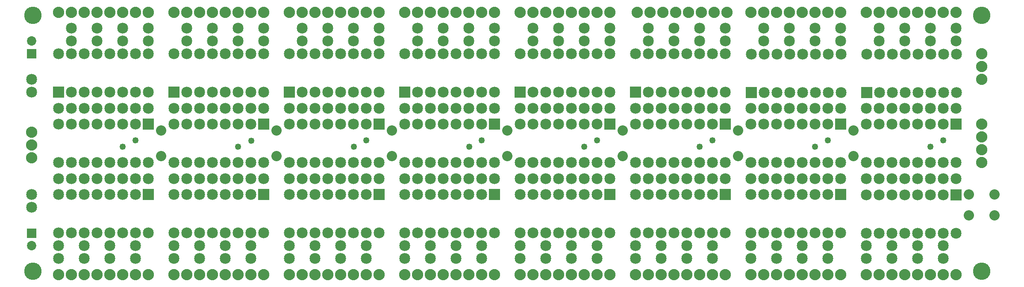
<source format=gts>
G04 MADE WITH FRITZING*
G04 WWW.FRITZING.ORG*
G04 DOUBLE SIDED*
G04 HOLES PLATED*
G04 CONTOUR ON CENTER OF CONTOUR VECTOR*
%ASAXBY*%
%FSLAX23Y23*%
%MOIN*%
%OFA0B0*%
%SFA1.0B1.0*%
%ADD10C,0.080000*%
%ADD11C,0.088000*%
%ADD12C,0.135984*%
%ADD13C,0.072992*%
%ADD14C,0.085000*%
%ADD15C,0.049370*%
%ADD16R,0.072992X0.072992*%
%ADD17R,0.085000X0.085000*%
%LNMASK1*%
G90*
G70*
G54D10*
X7660Y754D03*
X7460Y754D03*
X1160Y1254D03*
X1160Y1054D03*
X2060Y1254D03*
X2060Y1054D03*
X2960Y1254D03*
X2960Y1054D03*
X3860Y1254D03*
X3860Y1054D03*
X4760Y1254D03*
X4760Y1054D03*
X5660Y1254D03*
X5660Y1054D03*
X6560Y1254D03*
X6560Y1054D03*
G54D11*
X7560Y1004D03*
X7560Y1104D03*
X7560Y1204D03*
X7560Y1304D03*
G54D12*
X160Y2154D03*
X160Y154D03*
G54D11*
X7560Y1854D03*
X7560Y1754D03*
X7560Y1654D03*
G54D13*
X148Y452D03*
X148Y354D03*
X148Y1855D03*
X148Y1954D03*
G54D14*
X148Y754D03*
X148Y654D03*
X148Y1554D03*
X148Y1654D03*
G54D11*
X148Y1241D03*
X148Y1141D03*
X148Y1041D03*
G54D15*
X5460Y1179D03*
X5360Y1129D03*
X6260Y1129D03*
X6360Y1179D03*
X7260Y1179D03*
X7160Y1129D03*
X4560Y1179D03*
X4460Y1129D03*
X960Y1179D03*
X860Y1129D03*
X3660Y1179D03*
X3561Y1129D03*
X1861Y1175D03*
X1760Y1129D03*
X2661Y1129D03*
X2760Y1179D03*
G54D11*
X1060Y2179D03*
X960Y2179D03*
X860Y2179D03*
X760Y2179D03*
X660Y2179D03*
X560Y2179D03*
X460Y2179D03*
X360Y2179D03*
X1960Y2179D03*
X1860Y2179D03*
X1760Y2179D03*
X1660Y2179D03*
X1560Y2179D03*
X1460Y2179D03*
X1360Y2179D03*
X1260Y2179D03*
X2860Y2179D03*
X2760Y2179D03*
X2660Y2179D03*
X2560Y2179D03*
X2460Y2179D03*
X2360Y2179D03*
X2260Y2179D03*
X2160Y2179D03*
X3760Y2179D03*
X3660Y2179D03*
X3560Y2179D03*
X3460Y2179D03*
X3360Y2179D03*
X3260Y2179D03*
X3160Y2179D03*
X3060Y2179D03*
X4660Y2179D03*
X4560Y2179D03*
X4460Y2179D03*
X4360Y2179D03*
X4260Y2179D03*
X4160Y2179D03*
X4060Y2179D03*
X3960Y2179D03*
X5573Y2179D03*
X5473Y2179D03*
X5373Y2179D03*
X5273Y2179D03*
X5173Y2179D03*
X5073Y2179D03*
X4973Y2179D03*
X4873Y2179D03*
X6460Y2179D03*
X6360Y2179D03*
X6260Y2179D03*
X6160Y2179D03*
X6060Y2179D03*
X5960Y2179D03*
X5860Y2179D03*
X5760Y2179D03*
X7360Y2179D03*
X7260Y2179D03*
X7160Y2179D03*
X7060Y2179D03*
X6960Y2179D03*
X6860Y2179D03*
X6760Y2179D03*
X6660Y2179D03*
G54D12*
X7560Y154D03*
X7560Y2154D03*
G54D14*
X1060Y1304D03*
X1060Y1004D03*
X960Y1304D03*
X960Y1004D03*
X860Y1304D03*
X860Y1004D03*
X760Y1304D03*
X760Y1004D03*
X660Y1304D03*
X660Y1004D03*
X560Y1304D03*
X560Y1004D03*
X460Y1304D03*
X460Y1004D03*
X360Y1304D03*
X360Y1004D03*
X1960Y1304D03*
X1960Y1004D03*
X1860Y1304D03*
X1860Y1004D03*
X1760Y1304D03*
X1760Y1004D03*
X1660Y1304D03*
X1660Y1004D03*
X1560Y1304D03*
X1560Y1004D03*
X1460Y1304D03*
X1460Y1004D03*
X1360Y1304D03*
X1360Y1004D03*
X1260Y1304D03*
X1260Y1004D03*
X2860Y1304D03*
X2860Y1004D03*
X2760Y1304D03*
X2760Y1004D03*
X2660Y1304D03*
X2660Y1004D03*
X2560Y1304D03*
X2560Y1004D03*
X2460Y1304D03*
X2460Y1004D03*
X2360Y1304D03*
X2360Y1004D03*
X2260Y1304D03*
X2260Y1004D03*
X2160Y1304D03*
X2160Y1004D03*
X3760Y1304D03*
X3760Y1004D03*
X3660Y1304D03*
X3660Y1004D03*
X3560Y1304D03*
X3560Y1004D03*
X3460Y1304D03*
X3460Y1004D03*
X3360Y1304D03*
X3360Y1004D03*
X3260Y1304D03*
X3260Y1004D03*
X3160Y1304D03*
X3160Y1004D03*
X3060Y1304D03*
X3060Y1004D03*
X4660Y1304D03*
X4660Y1004D03*
X4560Y1304D03*
X4560Y1004D03*
X4460Y1304D03*
X4460Y1004D03*
X4360Y1304D03*
X4360Y1004D03*
X4260Y1304D03*
X4260Y1004D03*
X4160Y1304D03*
X4160Y1004D03*
X4060Y1304D03*
X4060Y1004D03*
X3960Y1304D03*
X3960Y1004D03*
X5560Y1304D03*
X5560Y1004D03*
X5460Y1304D03*
X5460Y1004D03*
X5360Y1304D03*
X5360Y1004D03*
X5260Y1304D03*
X5260Y1004D03*
X5160Y1304D03*
X5160Y1004D03*
X5060Y1304D03*
X5060Y1004D03*
X4960Y1304D03*
X4960Y1004D03*
X4860Y1304D03*
X4860Y1004D03*
X6460Y1304D03*
X6460Y1004D03*
X6360Y1304D03*
X6360Y1004D03*
X6260Y1304D03*
X6260Y1004D03*
X6160Y1304D03*
X6160Y1004D03*
X6060Y1304D03*
X6060Y1004D03*
X5960Y1304D03*
X5960Y1004D03*
X5860Y1304D03*
X5860Y1004D03*
X5760Y1304D03*
X5760Y1004D03*
X7360Y1304D03*
X7360Y1004D03*
X7260Y1304D03*
X7260Y1004D03*
X7160Y1304D03*
X7160Y1004D03*
X7060Y1304D03*
X7060Y1004D03*
X6960Y1304D03*
X6960Y1004D03*
X6860Y1304D03*
X6860Y1004D03*
X6760Y1304D03*
X6760Y1004D03*
X6660Y1304D03*
X6660Y1004D03*
X1060Y754D03*
X1060Y454D03*
X960Y754D03*
X960Y454D03*
X860Y754D03*
X860Y454D03*
X760Y754D03*
X760Y454D03*
X660Y754D03*
X660Y454D03*
X560Y754D03*
X560Y454D03*
X460Y754D03*
X460Y454D03*
X360Y754D03*
X360Y454D03*
X1960Y754D03*
X1960Y454D03*
X1860Y754D03*
X1860Y454D03*
X1760Y754D03*
X1760Y454D03*
X1660Y754D03*
X1660Y454D03*
X1560Y754D03*
X1560Y454D03*
X1460Y754D03*
X1460Y454D03*
X1360Y754D03*
X1360Y454D03*
X1260Y754D03*
X1260Y454D03*
X2860Y754D03*
X2860Y454D03*
X2760Y754D03*
X2760Y454D03*
X2660Y754D03*
X2660Y454D03*
X2560Y754D03*
X2560Y454D03*
X2460Y754D03*
X2460Y454D03*
X2360Y754D03*
X2360Y454D03*
X2260Y754D03*
X2260Y454D03*
X2160Y754D03*
X2160Y454D03*
X3760Y754D03*
X3760Y454D03*
X3660Y754D03*
X3660Y454D03*
X3560Y754D03*
X3560Y454D03*
X3460Y754D03*
X3460Y454D03*
X3360Y754D03*
X3360Y454D03*
X3260Y754D03*
X3260Y454D03*
X3160Y754D03*
X3160Y454D03*
X3060Y754D03*
X3060Y454D03*
X4660Y754D03*
X4660Y454D03*
X4560Y754D03*
X4560Y454D03*
X4460Y754D03*
X4460Y454D03*
X4360Y754D03*
X4360Y454D03*
X4260Y754D03*
X4260Y454D03*
X4160Y754D03*
X4160Y454D03*
X4060Y754D03*
X4060Y454D03*
X3960Y754D03*
X3960Y454D03*
X5560Y754D03*
X5560Y454D03*
X5460Y754D03*
X5460Y454D03*
X5360Y754D03*
X5360Y454D03*
X5260Y754D03*
X5260Y454D03*
X5160Y754D03*
X5160Y454D03*
X5060Y754D03*
X5060Y454D03*
X4960Y754D03*
X4960Y454D03*
X4860Y754D03*
X4860Y454D03*
X6460Y754D03*
X6460Y454D03*
X6360Y754D03*
X6360Y454D03*
X6260Y754D03*
X6260Y454D03*
X6160Y754D03*
X6160Y454D03*
X6060Y754D03*
X6060Y454D03*
X5960Y754D03*
X5960Y454D03*
X5860Y754D03*
X5860Y454D03*
X5760Y754D03*
X5760Y454D03*
X7360Y753D03*
X7360Y453D03*
X7260Y753D03*
X7260Y453D03*
X7160Y753D03*
X7160Y453D03*
X7060Y753D03*
X7060Y453D03*
X6960Y753D03*
X6960Y453D03*
X6860Y753D03*
X6860Y453D03*
X6760Y753D03*
X6760Y453D03*
X6660Y753D03*
X6660Y453D03*
X360Y1554D03*
X360Y1854D03*
X460Y1554D03*
X460Y1854D03*
X560Y1554D03*
X560Y1854D03*
X660Y1554D03*
X660Y1854D03*
X760Y1554D03*
X760Y1854D03*
X860Y1554D03*
X860Y1854D03*
X960Y1554D03*
X960Y1854D03*
X1060Y1554D03*
X1060Y1854D03*
X1260Y1554D03*
X1260Y1854D03*
X1360Y1554D03*
X1360Y1854D03*
X1460Y1554D03*
X1460Y1854D03*
X1560Y1554D03*
X1560Y1854D03*
X1660Y1554D03*
X1660Y1854D03*
X1760Y1554D03*
X1760Y1854D03*
X1860Y1554D03*
X1860Y1854D03*
X1960Y1554D03*
X1960Y1854D03*
X2160Y1554D03*
X2160Y1854D03*
X2260Y1554D03*
X2260Y1854D03*
X2360Y1554D03*
X2360Y1854D03*
X2460Y1554D03*
X2460Y1854D03*
X2560Y1554D03*
X2560Y1854D03*
X2660Y1554D03*
X2660Y1854D03*
X2760Y1554D03*
X2760Y1854D03*
X2860Y1554D03*
X2860Y1854D03*
X3060Y1554D03*
X3060Y1854D03*
X3160Y1554D03*
X3160Y1854D03*
X3260Y1554D03*
X3260Y1854D03*
X3360Y1554D03*
X3360Y1854D03*
X3460Y1554D03*
X3460Y1854D03*
X3560Y1554D03*
X3560Y1854D03*
X3660Y1554D03*
X3660Y1854D03*
X3760Y1554D03*
X3760Y1854D03*
X3960Y1554D03*
X3960Y1854D03*
X4060Y1554D03*
X4060Y1854D03*
X4160Y1554D03*
X4160Y1854D03*
X4260Y1554D03*
X4260Y1854D03*
X4360Y1554D03*
X4360Y1854D03*
X4460Y1554D03*
X4460Y1854D03*
X4560Y1554D03*
X4560Y1854D03*
X4660Y1554D03*
X4660Y1854D03*
X5761Y1553D03*
X5761Y1853D03*
X5861Y1553D03*
X5861Y1853D03*
X5961Y1553D03*
X5961Y1853D03*
X6061Y1553D03*
X6061Y1853D03*
X6161Y1553D03*
X6161Y1853D03*
X6261Y1553D03*
X6261Y1853D03*
X6361Y1553D03*
X6361Y1853D03*
X6461Y1553D03*
X6461Y1853D03*
X4860Y1554D03*
X4860Y1854D03*
X4960Y1554D03*
X4960Y1854D03*
X5060Y1554D03*
X5060Y1854D03*
X5160Y1554D03*
X5160Y1854D03*
X5260Y1554D03*
X5260Y1854D03*
X5360Y1554D03*
X5360Y1854D03*
X5460Y1554D03*
X5460Y1854D03*
X5560Y1554D03*
X5560Y1854D03*
X6661Y1553D03*
X6661Y1853D03*
X6761Y1553D03*
X6761Y1853D03*
X6861Y1553D03*
X6861Y1853D03*
X6961Y1553D03*
X6961Y1853D03*
X7061Y1553D03*
X7061Y1853D03*
X7161Y1553D03*
X7161Y1853D03*
X7261Y1553D03*
X7261Y1853D03*
X7361Y1553D03*
X7361Y1853D03*
X7360Y1954D03*
X7360Y2054D03*
X6960Y2054D03*
X6960Y1954D03*
X5560Y2054D03*
X5560Y1954D03*
X6460Y2054D03*
X6460Y1954D03*
X5360Y2054D03*
X5360Y1954D03*
X6260Y2054D03*
X6260Y1954D03*
X5160Y2054D03*
X5160Y1954D03*
X6060Y2054D03*
X6060Y1954D03*
X4960Y2054D03*
X4960Y1954D03*
X5860Y2054D03*
X5860Y1954D03*
X7260Y879D03*
X7360Y879D03*
X7060Y879D03*
X7160Y879D03*
X6860Y879D03*
X6960Y879D03*
X360Y879D03*
X460Y879D03*
X1260Y879D03*
X1360Y879D03*
X2160Y879D03*
X2260Y879D03*
X3060Y879D03*
X3160Y879D03*
X3960Y879D03*
X4060Y879D03*
X4860Y879D03*
X4960Y879D03*
X5760Y879D03*
X5860Y879D03*
X560Y879D03*
X660Y879D03*
X1460Y879D03*
X1560Y879D03*
X2360Y879D03*
X2460Y879D03*
X3260Y879D03*
X3360Y879D03*
X4160Y879D03*
X4260Y879D03*
X5060Y879D03*
X5160Y879D03*
X5960Y879D03*
X6060Y879D03*
X760Y879D03*
X860Y879D03*
X1660Y879D03*
X1760Y879D03*
X2560Y879D03*
X2660Y879D03*
X3460Y879D03*
X3560Y879D03*
X4360Y879D03*
X4460Y879D03*
X5260Y879D03*
X5360Y879D03*
X6160Y879D03*
X6260Y879D03*
X960Y879D03*
X1060Y879D03*
X1860Y879D03*
X1960Y879D03*
X2760Y879D03*
X2860Y879D03*
X3660Y879D03*
X3760Y879D03*
X4560Y879D03*
X4660Y879D03*
X5460Y879D03*
X5560Y879D03*
X6360Y879D03*
X6460Y879D03*
X6660Y879D03*
X6760Y879D03*
X7260Y1429D03*
X7360Y1429D03*
X6860Y1429D03*
X6960Y1429D03*
X7160Y1429D03*
X7060Y1429D03*
X960Y1429D03*
X1060Y1429D03*
X1860Y1429D03*
X1960Y1429D03*
X2760Y1429D03*
X2860Y1429D03*
X3660Y1429D03*
X3760Y1429D03*
X4560Y1429D03*
X4660Y1429D03*
X5460Y1429D03*
X5560Y1429D03*
X6360Y1429D03*
X6460Y1429D03*
X860Y1429D03*
X760Y1429D03*
X1760Y1429D03*
X1660Y1429D03*
X2660Y1429D03*
X2560Y1429D03*
X3560Y1429D03*
X3460Y1429D03*
X4460Y1429D03*
X4360Y1429D03*
X5360Y1429D03*
X5260Y1429D03*
X6260Y1429D03*
X6160Y1429D03*
X560Y1429D03*
X660Y1429D03*
X1460Y1429D03*
X1560Y1429D03*
X2360Y1429D03*
X2460Y1429D03*
X3260Y1429D03*
X3360Y1429D03*
X4160Y1429D03*
X4260Y1429D03*
X5060Y1429D03*
X5160Y1429D03*
X5960Y1429D03*
X6060Y1429D03*
X460Y1429D03*
X360Y1429D03*
X1360Y1429D03*
X1260Y1429D03*
X2260Y1429D03*
X2160Y1429D03*
X3160Y1429D03*
X3060Y1429D03*
X4060Y1429D03*
X3960Y1429D03*
X4960Y1429D03*
X4860Y1429D03*
X5860Y1429D03*
X5760Y1429D03*
X6760Y1429D03*
X6660Y1429D03*
X7260Y354D03*
X7260Y254D03*
X7060Y354D03*
X7060Y254D03*
X6860Y354D03*
X6860Y254D03*
X960Y354D03*
X960Y254D03*
X1860Y354D03*
X1860Y254D03*
X2760Y354D03*
X2760Y254D03*
X3660Y354D03*
X3660Y254D03*
X4560Y354D03*
X4560Y254D03*
X5460Y354D03*
X5460Y254D03*
X6360Y354D03*
X6360Y254D03*
X760Y354D03*
X760Y254D03*
X1660Y354D03*
X1660Y254D03*
X2560Y354D03*
X2560Y254D03*
X3460Y354D03*
X3460Y254D03*
X4360Y354D03*
X4360Y254D03*
X5260Y354D03*
X5260Y254D03*
X6160Y354D03*
X6160Y254D03*
X560Y354D03*
X560Y254D03*
X1460Y354D03*
X1460Y254D03*
X2360Y354D03*
X2360Y254D03*
X3260Y354D03*
X3260Y254D03*
X4160Y354D03*
X4160Y254D03*
X5060Y354D03*
X5060Y254D03*
X5960Y354D03*
X5960Y254D03*
X360Y354D03*
X360Y254D03*
X1260Y354D03*
X1260Y254D03*
X2160Y354D03*
X2160Y254D03*
X3060Y354D03*
X3060Y254D03*
X3960Y354D03*
X3960Y254D03*
X4860Y354D03*
X4860Y254D03*
X5760Y354D03*
X5760Y254D03*
X6660Y354D03*
X6660Y254D03*
X4660Y2054D03*
X4660Y1954D03*
X4460Y2054D03*
X4460Y1954D03*
X1060Y2054D03*
X1060Y1954D03*
X660Y2054D03*
X660Y1954D03*
X860Y2054D03*
X860Y1954D03*
X460Y2054D03*
X460Y1954D03*
X1960Y2054D03*
X1960Y1954D03*
X1560Y2054D03*
X1560Y1954D03*
X1760Y2054D03*
X1760Y1954D03*
X1360Y2054D03*
X1360Y1954D03*
X2860Y2054D03*
X2860Y1954D03*
X2460Y2054D03*
X2460Y1954D03*
X2660Y2054D03*
X2660Y1954D03*
X2260Y2054D03*
X2260Y1954D03*
X3160Y2054D03*
X3160Y1954D03*
X3360Y2054D03*
X3360Y1954D03*
X3560Y2054D03*
X3560Y1954D03*
X3760Y2054D03*
X3760Y1954D03*
X4060Y2054D03*
X4060Y1954D03*
X4260Y2054D03*
X4260Y1954D03*
G54D11*
X360Y129D03*
X460Y129D03*
X560Y129D03*
X660Y129D03*
X760Y129D03*
X860Y129D03*
X960Y129D03*
X1060Y129D03*
X1260Y129D03*
X1360Y129D03*
X1460Y129D03*
X1560Y129D03*
X1660Y129D03*
X1760Y129D03*
X1860Y129D03*
X1960Y129D03*
X2160Y129D03*
X2260Y129D03*
X2360Y129D03*
X2460Y129D03*
X2560Y129D03*
X2660Y129D03*
X2760Y129D03*
X2860Y129D03*
X3060Y129D03*
X3160Y129D03*
X3260Y129D03*
X3360Y129D03*
X3460Y129D03*
X3560Y129D03*
X3660Y129D03*
X3760Y129D03*
X3960Y129D03*
X4060Y129D03*
X4160Y129D03*
X4260Y129D03*
X4360Y129D03*
X4460Y129D03*
X4560Y129D03*
X4660Y129D03*
X6660Y129D03*
X6760Y129D03*
X6860Y129D03*
X6960Y129D03*
X7060Y129D03*
X7160Y129D03*
X7260Y129D03*
X7360Y129D03*
X5760Y129D03*
X5860Y129D03*
X5960Y129D03*
X6060Y129D03*
X6160Y129D03*
X6260Y129D03*
X6360Y129D03*
X6460Y129D03*
X4860Y129D03*
X4960Y129D03*
X5060Y129D03*
X5160Y129D03*
X5260Y129D03*
X5360Y129D03*
X5460Y129D03*
X5560Y129D03*
G54D14*
X7160Y1954D03*
X7160Y2054D03*
X6760Y2054D03*
X6760Y1954D03*
G54D10*
X7660Y591D03*
X7460Y591D03*
G54D16*
X148Y452D03*
X148Y1855D03*
G54D17*
X1060Y1304D03*
X1960Y1304D03*
X2860Y1304D03*
X3760Y1304D03*
X4660Y1304D03*
X5560Y1304D03*
X6460Y1304D03*
X7360Y1304D03*
X1060Y754D03*
X1960Y754D03*
X2860Y754D03*
X3760Y754D03*
X4660Y754D03*
X5560Y754D03*
X6460Y754D03*
X7360Y753D03*
X360Y1554D03*
X1260Y1554D03*
X2160Y1554D03*
X3060Y1554D03*
X3960Y1554D03*
X5761Y1553D03*
X4860Y1554D03*
X6661Y1553D03*
G04 End of Mask1*
M02*
</source>
